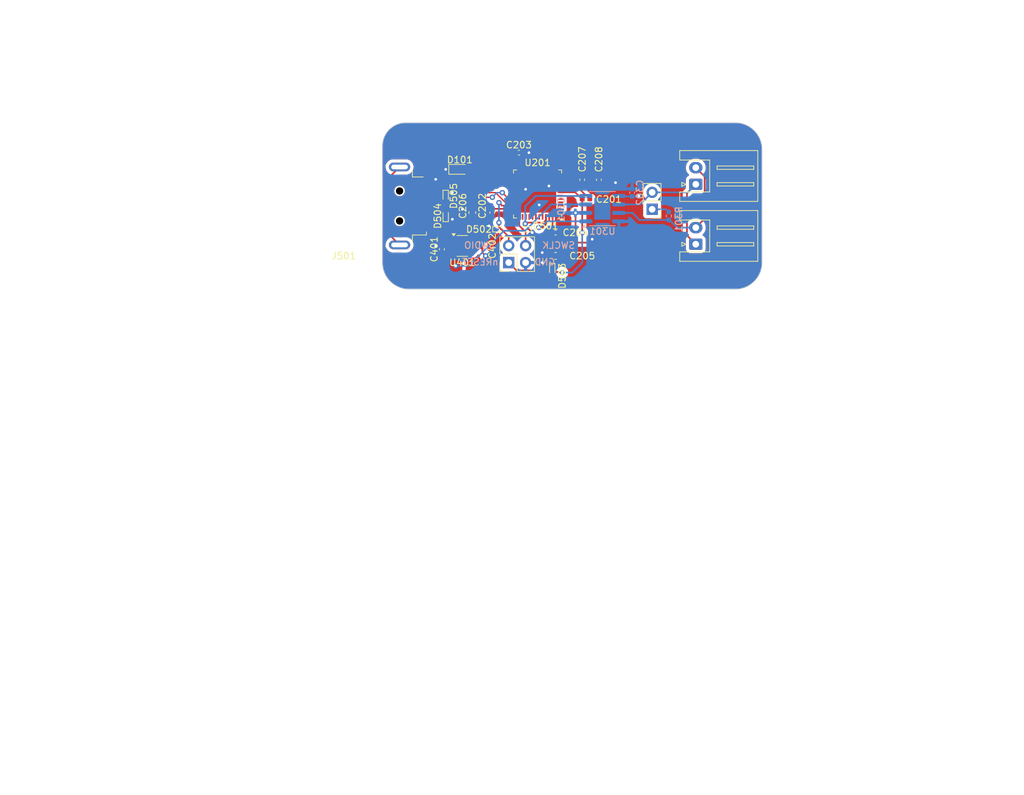
<source format=kicad_pcb>
(kicad_pcb (version 20240108) (generator "pcbnew") (generator_version "8.0")
  (layers (0 "F.Cu" signal) (31 "B.Cu" signal) (34 "B.Paste" user) (35 "F.Paste" user) (36 "B.SilkS" user "B.Silkscreen") (37 "F.SilkS" user "F.Silkscreen") (38 "B.Mask" user) (39 "F.Mask" user) (44 "Edge.Cuts" user))
  (net 0 "")
  (net 1 "GND")
  (net 2 "+3V3")
  (net 3 "/Connectors/nRESET")
  (net 4 "+5V")
  (net 5 "/Connectors/SWCLK")
  (net 6 "/Connectors/SWDIO")
  (net 7 "/Connectors/USB_DP")
  (net 8 "/CAN/CANH")
  (net 9 "/CAN/RXD")
  (net 10 "/CAN/TXD")
  (net 11 "/CAN/CANL")
  (net 12 "Net-(J301-Pin_1)")
  (net 13 "unconnected-(J501-Shield-Pad5)")
  (net 47 "/Connectors/USB_DN")
  (footprint "Connector_JST:JST_XH_S2B-XH-A_1x02_P2.50mm_Horizontal" (layer "F.Cu") (at 139.05 94.25 90)
    (property "Reference" "J502" (hide yes))
    (property "Value" "CAN_CONN")
    (fp_line (start 5.06 -2.41) (end 3.64 -2.41) (stroke (width 0.12)) (layer "F.SilkS"))
    (fp_line (start 3.64 -2.41) (end 3.64 2.09) (stroke (width 0.12)) (layer "F.SilkS"))
    (fp_line (start -1.14 -2.41) (end -1.14 2.09) (stroke (width 0.12)) (layer "F.SilkS"))
    (fp_line (start -2.56 -2.41) (end -1.14 -2.41) (stroke (width 0.12)) (layer "F.SilkS"))
    (fp_line (start 0.3 -2.1) (end 0 -1.5) (stroke (width 0.12)) (layer "F.SilkS"))
    (fp_line (start -0.3 -2.1) (end 0.3 -2.1) (stroke (width 0.12)) (layer "F.SilkS"))
    (fp_line (start 0 -1.5) (end -0.3 -2.1) (stroke (width 0.12)) (layer "F.SilkS"))
    (fp_line (start 3.64 2.09) (end 1.25 2.09) (stroke (width 0.12)) (layer "F.SilkS"))
    (fp_line (start -1.14 2.09) (end 1.25 2.09) (stroke (width 0.12)) (layer "F.SilkS"))
    (fp_line (start 2.75 3.2) (end 2.25 3.2) (stroke (width 0.12)) (layer "F.SilkS"))
    (fp_line (start 2.25 3.2) (end 2.25 8.7) (stroke (width 0.12)) (layer "F.SilkS"))
    (fp_line (start 0.25 3.2) (end -0.25 3.2) (stroke (width 0.12)) (layer "F.SilkS"))
    (fp_line (start -0.25 3.2) (end -0.25 8.7) (stroke (width 0.12)) (layer "F.SilkS"))
    (fp_line (start 2.75 8.7) (end 2.75 3.2) (stroke (width 0.12)) (layer "F.SilkS"))
    (fp_line (start 2.25 8.7) (end 2.75 8.7) (stroke (width 0.12)) (layer "F.SilkS"))
    (fp_line (start 0.25 8.7) (end 0.25 3.2) (stroke (width 0.12)) (layer "F.SilkS"))
    (fp_line (start -0.25 8.7) (end 0.25 8.7) (stroke (width 0.12)) (layer "F.SilkS"))
    (fp_line (start 5.06 9.31) (end 5.06 -2.41) (stroke (width 0.12)) (layer "F.SilkS"))
    (fp_line (start 1.25 9.31) (end 5.06 9.31) (stroke (width 0.12)) (layer "F.SilkS"))
    (fp_line (start 1.25 9.31) (end -2.56 9.31) (stroke (width 0.12)) (layer "F.SilkS"))
    (fp_line (start -2.56 9.31) (end -2.56 -2.41) (stroke (width 0.12)) (layer "F.SilkS"))
    (pad "1" thru_hole roundrect (at 0 0 90) (size 1.7 2) (drill 1) (layers "*.Cu" "*.Mask") (roundrect_rratio 0.147059) (net 11 "/CAN/CANL"))
    (pad "2" thru_hole oval (at 2.5 0 90) (size 1.7 2) (drill 1) (layers "*.Cu" "*.Mask") (net 8 "/CAN/CANH"))
  )
  (footprint "Connector_USB:USB_A_Molex_48037-2200_Horizontal" (layer "F.Cu") (at 86.2 88.5 180)
    (property "Reference" "J501" (at 0 -7.5 0) (layer "F.SilkS"))
    (property "Value" "USB_A")
    (fp_line (start -6.515 6.11) (end -6.245 6.11) (stroke (width 0.12)) (layer "F.SilkS"))
    (fp_line (start -6.515 -6.11) (end -6.245 -6.11) (stroke (width 0.12)) (layer "F.SilkS"))
    (fp_line (start -10.3 4.36) (end -10.3 5.4) (stroke (width 0.12)) (layer "F.SilkS"))
    (fp_line (start -10.3 -5.4) (end -10.3 -4.36) (stroke (width 0.12)) (layer "F.SilkS"))
    (fp_line (start -11.92 4.36) (end -10.3 4.36) (stroke (width 0.12)) (layer "F.SilkS"))
    (fp_line (start -12.4 -4.36) (end -10.3 -4.36) (stroke (width 0.12)) (layer "F.SilkS"))
    (fp_line (start -12.4 -4.36) (end -12.4 -3.9) (stroke (width 0.12)) (layer "F.SilkS"))
    (pad "" np_thru_hole circle (at -8.375 -2.25 180) (size 1.1 1.1) (drill 1.1) (layers "*.Mask"))
    (pad "" np_thru_hole circle (at -8.375 2.25 180) (size 1.1 1.1) (drill 1.1) (layers "*.Mask"))
    (pad "1" smd roundrect (at -10.975 -3.5 180) (size 2 1.2) (layers "F.Cu" "F.Paste" "F.Mask") (net 4 "+5V"))
    (pad "2" smd roundrect (at -10.975 -1 180) (size 2 1.2) (layers "F.Cu" "F.Paste" "F.Mask") (net 47 "/Connectors/USB_DN"))
    (pad "3" smd roundrect (at -10.975 1 180) (size 2 1.2) (layers "F.Cu" "F.Paste" "F.Mask") (net 7 "/Connectors/USB_DP"))
    (pad "4" smd roundrect (at -10.975 3.5 180) (size 2 1.2) (layers "F.Cu" "F.Paste" "F.Mask") (net 1 "GND"))
    (pad "5" thru_hole oval (at -8.375 -5.85 180) (size 3.2 1.3) (drill oval 2.5 0.7) (layers "*.Cu" "*.Mask") (net 13 "unconnected-(J501-Shield-Pad5)"))
    (pad "5" thru_hole oval (at -8.375 5.85 180) (size 3.2 1.3) (drill oval 2.5 0.7) (layers "*.Cu" "*.Mask") (net 13 "unconnected-(J501-Shield-Pad5)"))
  )
  (footprint "Connector_PinHeader_2.54mm:PinHeader_1x02_P2.54mm_Vertical" (layer "F.Cu") (at 132.5 89 180)
    (property "Reference" "J301" (hide yes))
    (property "Value" "Conn_01x02")
    (fp_line (start 1.33 1.27) (end 1.33 3.87) (stroke (width 0.12)) (layer "F.SilkS"))
    (fp_line (start -1.33 3.87) (end 1.33 3.87) (stroke (width 0.12)) (layer "F.SilkS"))
    (fp_line (start -1.33 1.27) (end 1.33 1.27) (stroke (width 0.12)) (layer "F.SilkS"))
    (fp_line (start -1.33 1.27) (end -1.33 3.87) (stroke (width 0.12)) (layer "F.SilkS"))
    (fp_line (start -1.33 0) (end -1.33 -1.33) (stroke (width 0.12)) (layer "F.SilkS"))
    (fp_line (start -1.33 -1.33) (end 0 -1.33) (stroke (width 0.12)) (layer "F.SilkS"))
    (pad "1" thru_hole rect (at 0 0 180) (size 1.7 1.7) (drill 1) (layers "*.Cu" "*.Mask") (net 12 "Net-(J301-Pin_1)"))
    (pad "2" thru_hole oval (at 0 2.54 180) (size 1.7 1.7) (drill 1) (layers "*.Cu" "*.Mask") (net 11 "/CAN/CANL"))
  )
  (footprint "Diode_SMD:D_SOD-923" (layer "F.Cu") (at 101.5 90 90)
    (property "Reference" "D504" (at 0 -1.2 90) (layer "F.SilkS"))
    (property "Value" "ESD9B5.0ST5G" (hide yes))
    (fp_line (start 0.5 -0.4) (end -0.86 -0.4) (stroke (width 0.12)) (layer "F.SilkS"))
    (fp_line (start -0.86 -0.4) (end -0.86 0.4) (stroke (width 0.12)) (layer "F.SilkS"))
    (fp_line (start 0.5 0.4) (end -0.86 0.4) (stroke (width 0.12)) (layer "F.SilkS"))
    (pad "1" smd roundrect (at -0.42 0 270) (size 0.36 0.25) (layers "F.Cu" "F.Paste" "F.Mask") (net 1 "GND"))
    (pad "2" smd roundrect (at 0.42 0 270) (size 0.36 0.25) (layers "F.Cu" "F.Paste" "F.Mask") (net 47 "/Connectors/USB_DN"))
  )
  (footprint "Capacitor_SMD:C_0402_1005Metric_Pad0.74x0.62mm_HandSolder" (layer "F.Cu") (at 108.5 89.5 90)
    (property "Reference" "C202" (at 1 -1.5 90) (layer "F.SilkS"))
    (property "Value" "0.1u" (hide yes))
    (fp_line (start -0.115835 -0.36) (end 0.115835 -0.36) (stroke (width 0.12)) (layer "F.SilkS"))
    (fp_line (start -0.115835 0.36) (end 0.115835 0.36) (stroke (width 0.12)) (layer "F.SilkS"))
    (pad "1" smd roundrect (at -0.5675 0 90) (size 0.735 0.62) (layers "F.Cu" "F.Paste" "F.Mask") (net 2 "+3V3"))
    (pad "2" smd roundrect (at 0.5675 0 90) (size 0.735 0.62) (layers "F.Cu" "F.Paste" "F.Mask") (net 1 "GND"))
  )
  (footprint "Capacitor_SMD:C_0402_1005Metric_Pad0.74x0.62mm_HandSolder" (layer "F.Cu") (at 122.5675 87.5)
    (property "Reference" "C201" (at 3.4325 0 0) (layer "F.SilkS"))
    (property "Value" "0.1u")
    (fp_line (start -0.115835 -0.36) (end 0.115835 -0.36) (stroke (width 0.12)) (layer "F.SilkS"))
    (fp_line (start -0.115835 0.36) (end 0.115835 0.36) (stroke (width 0.12)) (layer "F.SilkS"))
    (pad "1" smd roundrect (at -0.5675 0) (size 0.735 0.62) (layers "F.Cu" "F.Paste" "F.Mask") (net 3 "/Connectors/nRESET"))
    (pad "2" smd roundrect (at 0.5675 0) (size 0.735 0.62) (layers "F.Cu" "F.Paste" "F.Mask") (net 1 "GND"))
  )
  (footprint "Connector_JST:JST_XH_S2B-XH-A_1x02_P2.50mm_Horizontal" (layer "F.Cu") (at 139.05 85.25 90)
    (property "Reference" "J503" (hide yes))
    (property "Value" "CAN_CONN")
    (fp_line (start 5.06 -2.41) (end 3.64 -2.41) (stroke (width 0.12)) (layer "F.SilkS"))
    (fp_line (start 3.64 -2.41) (end 3.64 2.09) (stroke (width 0.12)) (layer "F.SilkS"))
    (fp_line (start -1.14 -2.41) (end -1.14 2.09) (stroke (width 0.12)) (layer "F.SilkS"))
    (fp_line (start -2.56 -2.41) (end -1.14 -2.41) (stroke (width 0.12)) (layer "F.SilkS"))
    (fp_line (start 0.3 -2.1) (end 0 -1.5) (stroke (width 0.12)) (layer "F.SilkS"))
    (fp_line (start -0.3 -2.1) (end 0.3 -2.1) (stroke (width 0.12)) (layer "F.SilkS"))
    (fp_line (start 0 -1.5) (end -0.3 -2.1) (stroke (width 0.12)) (layer "F.SilkS"))
    (fp_line (start 3.64 2.09) (end 1.25 2.09) (stroke (width 0.12)) (layer "F.SilkS"))
    (fp_line (start -1.14 2.09) (end 1.25 2.09) (stroke (width 0.12)) (layer "F.SilkS"))
    (fp_line (start 2.75 3.2) (end 2.25 3.2) (stroke (width 0.12)) (layer "F.SilkS"))
    (fp_line (start 2.25 3.2) (end 2.25 8.7) (stroke (width 0.12)) (layer "F.SilkS"))
    (fp_line (start 0.25 3.2) (end -0.25 3.2) (stroke (width 0.12)) (layer "F.SilkS"))
    (fp_line (start -0.25 3.2) (end -0.25 8.7) (stroke (width 0.12)) (layer "F.SilkS"))
    (fp_line (start 2.75 8.7) (end 2.75 3.2) (stroke (width 0.12)) (layer "F.SilkS"))
    (fp_line (start 2.25 8.7) (end 2.75 8.7) (stroke (width 0.12)) (layer "F.SilkS"))
    (fp_line (start 0.25 8.7) (end 0.25 3.2) (stroke (width 0.12)) (layer "F.SilkS"))
    (fp_line (start -0.25 8.7) (end 0.25 8.7) (stroke (width 0.12)) (layer "F.SilkS"))
    (fp_line (start 5.06 9.31) (end 5.06 -2.41) (stroke (width 0.12)) (layer "F.SilkS"))
    (fp_line (start 1.25 9.31) (end 5.06 9.31) (stroke (width 0.12)) (layer "F.SilkS"))
    (fp_line (start 1.25 9.31) (end -2.56 9.31) (stroke (width 0.12)) (layer "F.SilkS"))
    (fp_line (start -2.56 9.31) (end -2.56 -2.41) (stroke (width 0.12)) (layer "F.SilkS"))
    (pad "1" thru_hole roundrect (at 0 0 90) (size 1.7 2) (drill 1) (layers "*.Cu" "*.Mask") (roundrect_rratio 0.147059) (net 11 "/CAN/CANL"))
    (pad "2" thru_hole oval (at 2.5 0 90) (size 1.7 2) (drill 1) (layers "*.Cu" "*.Mask") (net 8 "/CAN/CANH"))
  )
  (footprint "Diode_SMD:D_SOD-923" (layer "F.Cu") (at 117.5 98 -90)
    (property "Reference" "D503" (at 1 -1.5 90) (layer "F.SilkS"))
    (property "Value" "ESD9B5.0ST5G")
    (fp_line (start 0.5 0.4) (end -0.86 0.4) (stroke (width 0.12)) (layer "F.SilkS"))
    (fp_line (start -0.86 -0.4) (end -0.86 0.4) (stroke (width 0.12)) (layer "F.SilkS"))
    (fp_line (start 0.5 -0.4) (end -0.86 -0.4) (stroke (width 0.12)) (layer "F.SilkS"))
    (pad "1" smd roundrect (at -0.42 0 90) (size 0.36 0.25) (layers "F.Cu" "F.Paste" "F.Mask") (net 1 "GND"))
    (pad "2" smd roundrect (at 0.42 0 90) (size 0.36 0.25) (layers "F.Cu" "F.Paste" "F.Mask") (net 3 "/Connectors/nRESET"))
  )
  (footprint "Capacitor_SMD:C_0603_1608Metric_Pad1.08x0.95mm_HandSolder" (layer "F.Cu") (at 118 96 180)
    (property "Reference" "C205" (at -4 0 0) (layer "F.SilkS"))
    (property "Value" "4.7u")
    (fp_line (start -0.146267 0.51) (end 0.146267 0.51) (stroke (width 0.12)) (layer "F.SilkS"))
    (fp_line (start -0.146267 -0.51) (end 0.146267 -0.51) (stroke (width 0.12)) (layer "F.SilkS"))
    (pad "1" smd roundrect (at -0.8625 0 180) (size 1.075 0.95) (layers "F.Cu" "F.Paste" "F.Mask") (net 2 "+3V3"))
    (pad "2" smd roundrect (at 0.8625 0 180) (size 1.075 0.95) (layers "F.Cu" "F.Paste" "F.Mask") (net 1 "GND"))
  )
  (footprint "Capacitor_SMD:C_0402_1005Metric_Pad0.74x0.62mm_HandSolder" (layer "F.Cu") (at 112.5 80.5)
    (property "Reference" "C203" (at 0 -1.16 0) (layer "F.SilkS"))
    (property "Value" "0.1u")
    (fp_line (start -0.115835 -0.36) (end 0.115835 -0.36) (stroke (width 0.12)) (layer "F.SilkS"))
    (fp_line (start -0.115835 0.36) (end 0.115835 0.36) (stroke (width 0.12)) (layer "F.SilkS"))
    (pad "1" smd roundrect (at -0.5675 0) (size 0.735 0.62) (layers "F.Cu" "F.Paste" "F.Mask") (net 2 "+3V3"))
    (pad "2" smd roundrect (at 0.5675 0) (size 0.735 0.62) (layers "F.Cu" "F.Paste" "F.Mask") (net 1 "GND"))
  )
  (footprint "Package_DFN_QFN:QFN-48-1EP_7x7mm_P0.5mm_EP5.6x5.6mm" (layer "F.Cu") (at 115.3 86.7 180)
    (property "Reference" "U201" (at 0 4.7 0) (layer "F.SilkS"))
    (property "Value" "STM32F042C6Ux")
    (fp_line (start 3.61 3.61) (end 3.61 3.135) (stroke (width 0.12)) (layer "F.SilkS"))
    (fp_line (start 3.61 -3.61) (end 3.61 -3.135) (stroke (width 0.12)) (layer "F.SilkS"))
    (fp_line (start 3.135 3.61) (end 3.61 3.61) (stroke (width 0.12)) (layer "F.SilkS"))
    (fp_line (start 3.135 -3.61) (end 3.61 -3.61) (stroke (width 0.12)) (layer "F.SilkS"))
    (fp_line (start -3.135 3.61) (end -3.61 3.61) (stroke (width 0.12)) (layer "F.SilkS"))
    (fp_line (start -3.135 -3.61) (end -3.31 -3.61) (stroke (width 0.12)) (layer "F.SilkS"))
    (fp_line (start -3.61 3.61) (end -3.61 3.135) (stroke (width 0.12)) (layer "F.SilkS"))
    (fp_line (start -3.61 -3.135) (end -3.61 -3.37) (stroke (width 0.12)) (layer "F.SilkS"))
    (fp_poly (pts (xy -3.61 -3.61) (xy -3.85 -3.94) (xy -3.37 -3.94) (xy -3.61 -3.61)) (stroke (width 0.12)) (fill solid) (layer "F.SilkS"))
    (pad "1" smd roundrect (at -3.4375 -2.75 180) (size 0.875 0.25) (layers "F.Cu" "F.Paste" "F.Mask") (net 2 "+3V3"))
    (pad "2" smd roundrect (at -3.4375 -2.25 180) (size 0.875 0.25) (layers "F.Cu" "F.Paste" "F.Mask"))
    (pad "3" smd roundrect (at -3.4375 -1.75 180) (size 0.875 0.25) (layers "F.Cu" "F.Paste" "F.Mask"))
    (pad "4" smd roundrect (at -3.4375 -1.25 180) (size 0.875 0.25) (layers "F.Cu" "F.Paste" "F.Mask"))
    (pad "5" smd roundrect (at -3.4375 -0.75 180) (size 0.875 0.25) (layers "F.Cu" "F.Paste" "F.Mask"))
    (pad "6" smd roundrect (at -3.4375 -0.25 180) (size 0.875 0.25) (layers "F.Cu" "F.Paste" "F.Mask"))
    (pad "7" smd roundrect (at -3.4375 0.25 180) (size 0.875 0.25) (layers "F.Cu" "F.Paste" "F.Mask") (net 3 "/Connectors/nRESET"))
    (pad "8" smd roundrect (at -3.4375 0.75 180) (size 0.875 0.25) (layers "F.Cu" "F.Paste" "F.Mask") (net 1 "GND"))
    (pad "9" smd roundrect (at -3.4375 1.25 180) (size 0.875 0.25) (layers "F.Cu" "F.Paste" "F.Mask") (net 2 "+3V3"))
    (pad "10" smd roundrect (at -3.4375 1.75 180) (size 0.875 0.25) (layers "F.Cu" "F.Paste" "F.Mask"))
    (pad "11" smd roundrect (at -3.4375 2.25 180) (size 0.875 0.25) (layers "F.Cu" "F.Paste" "F.Mask"))
    (pad "12" smd roundrect (at -3.4375 2.75 180) (size 0.875 0.25) (layers "F.Cu" "F.Paste" "F.Mask"))
    (pad "13" smd roundrect (at -2.75 3.4375 180) (size 0.25 0.875) (layers "F.Cu" "F.Paste" "F.Mask"))
    (pad "14" smd roundrect (at -2.25 3.4375 180) (size 0.25 0.875) (layers "F.Cu" "F.Paste" "F.Mask"))
    (pad "15" smd roundrect (at -1.75 3.4375 180) (size 0.25 0.875) (layers "F.Cu" "F.Paste" "F.Mask"))
    (pad "16" smd roundrect (at -1.25 3.4375 180) (size 0.25 0.875) (layers "F.Cu" "F.Paste" "F.Mask"))
    (pad "17" smd roundrect (at -0.75 3.4375 180) (size 0.25 0.875) (layers "F.Cu" "F.Paste" "F.Mask"))
    (pad "18" smd roundrect (at -0.25 3.4375 180) (size 0.25 0.875) (layers "F.Cu" "F.Paste" "F.Mask"))
    (pad "19" smd roundrect (at 0.25 3.4375 180) (size 0.25 0.875) (layers "F.Cu" "F.Paste" "F.Mask"))
    (pad "20" smd roundrect (at 0.75 3.4375 180) (size 0.25 0.875) (layers "F.Cu" "F.Paste" "F.Mask"))
    (pad "21" smd roundrect (at 1.25 3.4375 180) (size 0.25 0.875) (layers "F.Cu" "F.Paste" "F.Mask"))
    (pad "22" smd roundrect (at 1.75 3.4375 180) (size 0.25 0.875) (layers "F.Cu" "F.Paste" "F.Mask"))
    (pad "23" smd roundrect (at 2.25 3.4375 180) (size 0.25 0.875) (layers "F.Cu" "F.Paste" "F.Mask") (net 1 "GND"))
    (pad "24" smd roundrect (at 2.75 3.4375 180) (size 0.25 0.875) (layers "F.Cu" "F.Paste" "F.Mask") (net 2 "+3V3"))
    (pad "25" smd roundrect (at 3.4375 2.75 180) (size 0.875 0.25) (layers "F.Cu" "F.Paste" "F.Mask"))
    (pad "26" smd roundrect (at 3.4375 2.25 180) (size 0.875 0.25) (layers "F.Cu" "F.Paste" "F.Mask"))
    (pad "27" smd roundrect (at 3.4375 1.75 180) (size 0.875 0.25) (layers "F.Cu" "F.Paste" "F.Mask"))
    (pad "28" smd roundrect (at 3.4375 1.25 180) (size 0.875 0.25) (layers "F.Cu" "F.Paste" "F.Mask"))
    (pad "29" smd roundrect (at 3.4375 0.75 180) (size 0.875 0.25) (layers "F.Cu" "F.Paste" "F.Mask"))
    (pad "30" smd roundrect (at 3.4375 0.25 180) (size 0.875 0.25) (layers "F.Cu" "F.Paste" "F.Mask"))
    (pad "31" smd roundrect (at 3.4375 -0.25 180) (size 0.875 0.25) (layers "F.Cu" "F.Paste" "F.Mask"))
    (pad "32" smd roundrect (at 3.4375 -0.75 180) (size 0.875 0.25) (layers "F.Cu" "F.Paste" "F.Mask") (net 47 "/Connectors/USB_DN"))
    (pad "33" smd roundrect (at 3.4375 -1.25 180) (size 0.875 0.25) (layers "F.Cu" "F.Paste" "F.Mask") (net 7 "/Connectors/USB_DP"))
    (pad "34" smd roundrect (at 3.4375 -1.75 180) (size 0.875 0.25) (layers "F.Cu" "F.Paste" "F.Mask") (net 6 "/Connectors/SWDIO"))
    (pad "35" smd roundrect (at 3.4375 -2.25 180) (size 0.875 0.25) (layers "F.Cu" "F.Paste" "F.Mask") (net 1 "GND"))
    (pad "36" smd roundrect (at 3.4375 -2.75 180) (size 0.875 0.25) (layers "F.Cu" "F.Paste" "F.Mask") (net 2 "+3V3"))
    (pad "37" smd roundrect (at 2.75 -3.4375 180) (size 0.25 0.875) (layers "F.Cu" "F.Paste" "F.Mask") (net 5 "/Connectors/SWCLK"))
    (pad "38" smd roundrect (at 2.25 -3.4375 180) (size 0.25 0.875) (layers "F.Cu" "F.Paste" "F.Mask"))
    (pad "39" smd roundrect (at 1.75 -3.4375 180) (size 0.25 0.875) (layers "F.Cu" "F.Paste" "F.Mask"))
    (pad "40" smd roundrect (at 1.25 -3.4375 180) (size 0.25 0.875) (layers "F.Cu" "F.Paste" "F.Mask"))
    (pad "41" smd roundrect (at 0.75 -3.4375 180) (size 0.25 0.875) (layers "F.Cu" "F.Paste" "F.Mask"))
    (pad "42" smd roundrect (at 0.25 -3.4375 180) (size 0.25 0.875) (layers "F.Cu" "F.Paste" "F.Mask"))
    (pad "43" smd roundrect (at -0.25 -3.4375 180) (size 0.25 0.875) (layers "F.Cu" "F.Paste" "F.Mask"))
    (pad "44" smd roundrect (at -0.75 -3.4375 180) (size 0.25 0.875) (layers "F.Cu" "F.Paste" "F.Mask"))
    (pad "45" smd roundrect (at -1.25 -3.4375 180) (size 0.25 0.875) (layers "F.Cu" "F.Paste" "F.Mask") (net 9 "/CAN/RXD"))
    (pad "46" smd roundrect (at -1.75 -3.4375 180) (size 0.25 0.875) (layers "F.Cu" "F.Paste" "F.Mask") (net 10 "/CAN/TXD"))
    (pad "47" smd roundrect (at -2.25 -3.4375 180) (size 0.25 0.875) (layers "F.Cu" "F.Paste" "F.Mask") (net 1 "GND"))
    (pad "48" smd roundrect (at -2.75 -3.4375 180) (size 0.25 0.875) (layers "F.Cu" "F.Paste" "F.Mask") (net 2 "+3V3"))
    (pad "49" smd rect (at 0 0 180) (size 5.6 5.6) (property pad_prop_heatsink) (layers "F.Cu" "F.Mask") (net 1 "GND"))
  )
  (footprint "LED_SMD:LED_0603_1608Metric_Pad1.05x0.95mm_HandSolder" (layer "F.Cu") (at 103.625 83)
    (property "Reference" "D101" (at 0 -1.43 0) (layer "F.SilkS"))
    (property "Value" "BLUE")
    (fp_line (start -1.66 -0.735) (end -1.66 0.735) (stroke (width 0.12)) (layer "F.SilkS"))
    (fp_line (start -1.66 0.735) (end 0.8 0.735) (stroke (width 0.12)) (layer "F.SilkS"))
    (fp_line (start 0.8 -0.735) (end -1.66 -0.735) (stroke (width 0.12)) (layer "F.SilkS"))
    (pad "1" smd roundrect (at -0.875 0) (size 1.05 0.95) (layers "F.Cu" "F.Paste" "F.Mask") (net 1 "GND"))
    (pad "2" smd roundrect (at 0.875 0) (size 1.05 0.95) (layers "F.Cu" "F.Paste" "F.Mask") (net 2 "+3V3"))
  )
  (footprint "Capacitor_SMD:C_0402_1005Metric_Pad0.74x0.62mm_HandSolder" (layer "F.Cu") (at 124.5 84.5675 -90)
    (property "Reference" "C208" (at -3.0675 0 90) (layer "F.SilkS"))
    (property "Value" "1u")
    (fp_line (start -0.115835 0.36) (end 0.115835 0.36) (stroke (width 0.12)) (layer "F.SilkS"))
    (fp_line (start -0.115835 -0.36) (end 0.115835 -0.36) (stroke (width 0.12)) (layer "F.SilkS"))
    (pad "1" smd roundrect (at -0.5675 0 270) (size 0.735 0.62) (layers "F.Cu" "F.Paste" "F.Mask") (net 2 "+3V3"))
    (pad "2" smd roundrect (at 0.5675 0 270) (size 0.735 0.62) (layers "F.Cu" "F.Paste" "F.Mask") (net 1 "GND"))
  )
  (footprint "Capacitor_SMD:C_0603_1608Metric_Pad1.08x0.95mm_HandSolder" (layer "F.Cu") (at 105.5 89.5 90)
    (property "Reference" "C206" (at 1 -1.43 90) (layer "F.SilkS"))
    (property "Value" "4.7u")
    (fp_line (start -0.146267 -0.51) (end 0.146267 -0.51) (stroke (width 0.12)) (layer "F.SilkS"))
    (fp_line (start -0.146267 0.51) (end 0.146267 0.51) (stroke (width 0.12)) (layer "F.SilkS"))
    (pad "1" smd roundrect (at -0.8625 0 90) (size 1.075 0.95) (layers "F.Cu" "F.Paste" "F.Mask") (net 2 "+3V3"))
    (pad "2" smd roundrect (at 0.8625 0 90) (size 1.075 0.95) (layers "F.Cu" "F.Paste" "F.Mask") (net 1 "GND"))
  )
  (footprint "Capacitor_SMD:C_0402_1005Metric_Pad0.74x0.62mm_HandSolder" (layer "F.Cu") (at 118 92.5 180)
    (property "Reference" "C204" (at -3 0 0) (layer "F.SilkS"))
    (property "Value" "0.1u")
    (fp_line (start -0.115835 0.36) (end 0.115835 0.36) (stroke (width 0.12)) (layer "F.SilkS"))
    (fp_line (start -0.115835 -0.36) (end 0.115835 -0.36) (stroke (width 0.12)) (layer "F.SilkS"))
    (pad "1" smd roundrect (at -0.5675 0 180) (size 0.735 0.62) (layers "F.Cu" "F.Paste" "F.Mask") (net 2 "+3V3"))
    (pad "2" smd roundrect (at 0.5675 0 180) (size 0.735 0.62) (layers "F.Cu" "F.Paste" "F.Mask") (net 1 "GND"))
  )
  (footprint "Capacitor_SMD:C_0402_1005Metric_Pad0.74x0.62mm_HandSolder" (layer "F.Cu") (at 122 84.5675 -90)
    (property "Reference" "C207" (at -3.0675 0 90) (layer "F.SilkS"))
    (property "Value" "10n")
    (fp_line (start -0.115835 0.36) (end 0.115835 0.36) (stroke (width 0.12)) (layer "F.SilkS"))
    (fp_line (start -0.115835 -0.36) (end 0.115835 -0.36) (stroke (width 0.12)) (layer "F.SilkS"))
    (pad "1" smd roundrect (at -0.5675 0 270) (size 0.735 0.62) (layers "F.Cu" "F.Paste" "F.Mask") (net 2 "+3V3"))
    (pad "2" smd roundrect (at 0.5675 0 270) (size 0.735 0.62) (layers "F.Cu" "F.Paste" "F.Mask") (net 1 "GND"))
  )
  (footprint "Package_TO_SOT_SMD:SOT-23-5" (layer "F.Cu") (at 104 94.5)
    (property "Reference" "U401" (at 0 2.5 0) (layer "F.SilkS"))
    (property "Value" "MIC5504-3.3YM5")
    (fp_line (start 0 -1.56) (end -0.8 -1.56) (stroke (width 0.12)) (layer "F.SilkS"))
    (fp_line (start 0 -1.56) (end 0.8 -1.56) (stroke (width 0.12)) (layer "F.SilkS"))
    (fp_line (start 0 1.56) (end -0.8 1.56) (stroke (width 0.12)) (layer "F.SilkS"))
    (fp_line (start 0 1.56) (end 0.8 1.56) (stroke (width 0.12)) (layer "F.SilkS"))
    (fp_poly (pts (xy -1.3 -1.51) (xy -1.54 -1.84) (xy -1.06 -1.84) (xy -1.3 -1.51)) (stroke (width 0.12)) (fill solid) (layer "F.SilkS"))
    (pad "1" smd roundrect (at -1.1375 -0.95) (size 1.325 0.6) (layers "F.Cu" "F.Paste" "F.Mask") (net 4 "+5V"))
    (pad "2" smd roundrect (at -1.1375 0) (size 1.325 0.6) (layers "F.Cu" "F.Paste" "F.Mask") (net 1 "GND"))
    (pad "3" smd roundrect (at -1.1375 0.95) (size 1.325 0.6) (layers "F.Cu" "F.Paste" "F.Mask") (net 4 "+5V"))
    (pad "4" smd roundrect (at 1.1375 0.95) (size 1.325 0.6) (layers "F.Cu" "F.Paste" "F.Mask"))
    (pad "5" smd roundrect (at 1.1375 -0.95) (size 1.325 0.6) (layers "F.Cu" "F.Paste" "F.Mask") (net 2 "+3V3"))
  )
  (footprint "Diode_SMD:D_SOD-923" (layer "F.Cu") (at 101.5 87 -90)
    (property "Reference" "D505" (at 0 -1.2 90) (layer "F.SilkS"))
    (property "Value" "ESD9B5.0ST5G" (hide yes))
    (fp_line (start 0.5 0.4) (end -0.86 0.4) (stroke (width 0.12)) (layer "F.SilkS"))
    (fp_line (start -0.86 -0.4) (end -0.86 0.4) (stroke (width 0.12)) (layer "F.SilkS"))
    (fp_line (start 0.5 -0.4) (end -0.86 -0.4) (stroke (width 0.12)) (layer "F.SilkS"))
    (pad "1" smd roundrect (at -0.42 0 90) (size 0.36 0.25) (layers "F.Cu" "F.Paste" "F.Mask") (net 1 "GND"))
    (pad "2" smd roundrect (at 0.42 0 90) (size 0.36 0.25) (layers "F.Cu" "F.Paste" "F.Mask") (net 7 "/Connectors/USB_DP"))
  )
  (footprint "Diode_SMD:D_SOD-923" (layer "F.Cu") (at 109.42 92)
    (property "Reference" "D502" (at -2.92 0 0) (layer "F.SilkS"))
    (property "Value" "ESD9B5.0ST5G")
    (fp_line (start -0.86 -0.4) (end -0.86 0.4) (stroke (width 0.12)) (layer "F.SilkS"))
    (fp_line (start 0.5 -0.4) (end -0.86 -0.4) (stroke (width 0.12)) (layer "F.SilkS"))
    (fp_line (start 0.5 0.4) (end -0.86 0.4) (stroke (width 0.12)) (layer "F.SilkS"))
    (pad "1" smd roundrect (at -0.42 0 180) (size 0.36 0.25) (layers "F.Cu" "F.Paste" "F.Mask") (net 1 "GND"))
    (pad "2" smd roundrect (at 0.42 0 180) (size 0.36 0.25) (layers "F.Cu" "F.Paste" "F.Mask") (net 6 "/Connectors/SWDIO"))
  )
  (footprint "Capacitor_SMD:C_0402_1005Metric_Pad0.74x0.62mm_HandSolder" (layer "F.Cu") (at 100.9325 95 90)
    (property "Reference" "C401" (at 0 -1.16 90) (layer "F.SilkS"))
    (property "Value" "1u")
    (fp_line (start -0.115835 -0.36) (end 0.115835 -0.36) (stroke (width 0.12)) (layer "F.SilkS"))
    (fp_line (start -0.115835 0.36) (end 0.115835 0.36) (stroke (width 0.12)) (layer "F.SilkS"))
    (pad "1" smd roundrect (at -0.5675 0 90) (size 0.735 0.62) (layers "F.Cu" "F.Paste" "F.Mask") (net 4 "+5V"))
    (pad "2" smd roundrect (at 0.5675 0 90) (size 0.735 0.62) (layers "F.Cu" "F.Paste" "F.Mask") (net 1 "GND"))
  )
  (footprint "Diode_SMD:D_SOD-923" (layer "F.Cu") (at 113.5 92 180)
    (property "Reference" "D501" (at -3 0.5 0) (layer "F.SilkS"))
    (property "Value" "ESD9B5.0ST5G")
    (fp_line (start 0.5 0.4) (end -0.86 0.4) (stroke (width 0.12)) (layer "F.SilkS"))
    (fp_line (start 0.5 -0.4) (end -0.86 -0.4) (stroke (width 0.12)) (layer "F.SilkS"))
    (fp_line (start -0.86 -0.4) (end -0.86 0.4) (stroke (width 0.12)) (layer "F.SilkS"))
    (pad "1" smd roundrect (at -0.42 0) (size 0.36 0.25) (layers "F.Cu" "F.Paste" "F.Mask") (net 1 "GND"))
    (pad "2" smd roundrect (at 0.42 0) (size 0.36 0.25) (layers "F.Cu" "F.Paste" "F.Mask") (net 5 "/Connectors/SWCLK"))
  )
  (footprint "Capacitor_SMD:C_0402_1005Metric_Pad0.74x0.62mm_HandSolder" (layer "F.Cu") (at 107 94.0675 -90)
    (property "Reference" "C402" (at 0.4325 -1.5 90) (layer "F.SilkS"))
    (property "Value" "1u")
    (fp_line (start -0.115835 0.36) (end 0.115835 0.36) (stroke (width 0.12)) (layer "F.SilkS"))
    (fp_line (start -0.115835 -0.36) (end 0.115835 -0.36) (stroke (width 0.12)) (layer "F.SilkS"))
    (pad "1" smd roundrect (at -0.5675 0 270) (size 0.735 0.62) (layers "F.Cu" "F.Paste" "F.Mask") (net 2 "+3V3"))
    (pad "2" smd roundrect (at 0.5675 0 270) (size 0.735 0.62) (layers "F.Cu" "F.Paste" "F.Mask") (net 1 "GND"))
  )
  (footprint "Connector_PinHeader_2.54mm:PinHeader_2x02_P2.54mm_Vertical" (layer "F.Cu") (at 110.96 97 90)
    (property "Reference" "J504" (hide yes))
    (property "Value" "SWD_CONN")
    (fp_line (start 3.87 -1.33) (end 3.87 3.87) (stroke (width 0.12)) (layer "F.SilkS"))
    (fp_line (start 1.27 -1.33) (end 3.87 -1.33) (stroke (width 0.12)) (layer "F.SilkS"))
    (fp_line (start -1.33 -1.33) (end 0 -1.33) (stroke (width 0.12)) (layer "F.SilkS"))
    (fp_line (start -1.33 0) (end -1.33 -1.33) (stroke (width 0.12)) (layer "F.SilkS"))
    (fp_line (start 1.27 1.27) (end 1.27 -1.33) (stroke (width 0.12)) (layer "F.SilkS"))
    (fp_line (start -1.33 1.27) (end 1.27 1.27) (stroke (width 0.12)) (layer "F.SilkS"))
    (fp_line (start -1.33 1.27) (end -1.33 3.87) (stroke (width 0.12)) (layer "F.SilkS"))
    (fp_line (start -1.33 3.87) (end 3.87 3.87) (stroke (width 0.12)) (layer "F.SilkS"))
    (pad "1" thru_hole rect (at 0 0 90) (size 1.7 1.7) (drill 1) (layers "*.Cu" "*.Mask") (net 3 "/Connectors/nRESET"))
    (pad "2" thru_hole oval (at 2.54 0 90) (size 1.7 1.7) (drill 1) (layers "*.Cu" "*.Mask") (net 6 "/Connectors/SWDIO"))
    (pad "3" thru_hole oval (at 0 2.54 90) (size 1.7 1.7) (drill 1) (layers "*.Cu" "*.Mask") (net 1 "GND"))
    (pad "4" thru_hole oval (at 2.54 2.54 90) (size 1.7 1.7) (drill 1) (layers "*.Cu" "*.Mask") (net 5 "/Connectors/SWCLK"))
  )
  (footprint "Resistor_SMD:R_0402_1005Metric_Pad0.72x0.64mm_HandSolder" (layer "B.Cu") (at 135 90 -90)
    (property "Reference" "R301" (at 0.5 -1.5 90) (layer "B.SilkS") (effects (justify mirror)))
    (property "Value" "120")
    (fp_line (start 0.167621 0.38) (end -0.167621 0.38) (stroke (width 0.12)) (layer "B.SilkS"))
    (fp_line (start 0.167621 -0.38) (end -0.167621 -0.38) (stroke (width 0.12)) (layer "B.SilkS"))
    (pad "1" smd roundrect (at -0.5975 0 270) (size 0.715 0.64) (layers "B.Cu" "B.Paste" "B.Mask") (net 12 "Net-(J301-Pin_1)"))
    (pad "2" smd roundrect (at 0.5975 0 270) (size 0.715 0.64) (layers "B.Cu" "B.Paste" "B.Mask") (net 8 "/CAN/CANH"))
  )
  (footprint "Package_SO:SOIC-8-1EP_3.9x4.9mm_P1.27mm_EP2.41x3.3mm" (layer "B.Cu") (at 125.025 88.905)
    (property "Reference" "U301" (at 0 3.4 0) (layer "B.SilkS") (effects (justify mirror)))
    (property "Value" "ATA6561-GAQW-N")
    (fp_line (start -1.95 -2.56) (end 0 -2.56) (stroke (width 0.12)) (layer "B.SilkS"))
    (fp_line (start -1.95 2.56) (end 0 2.56) (stroke (width 0.12)) (layer "B.SilkS"))
    (fp_line (start 1.95 -2.56) (end 0 -2.56) (stroke (width 0.12)) (layer "B.SilkS"))
    (fp_line (start 1.95 2.56) (end 0 2.56) (stroke (width 0.12)) (layer "B.SilkS"))
    (fp_poly (pts (xy -2.7 2.465) (xy -2.94 2.795) (xy -2.46 2.795) (xy -2.7 2.465)) (stroke (width 0.12)) (fill solid) (layer "B.SilkS"))
    (pad "1" smd roundrect (at -2.475 1.905) (size 1.95 0.6) (layers "B.Cu" "B.Paste" "B.Mask") (net 10 "/CAN/TXD"))
    (pad "2" smd roundrect (at -2.475 0.635) (size 1.95 0.6) (layers "B.Cu" "B.Paste" "B.Mask") (net 1 "GND"))
    (pad "3" smd roundrect (at -2.475 -0.635) (size 1.95 0.6) (layers "B.Cu" "B.Paste" "B.Mask") (net 4 "+5V"))
    (pad "4" smd roundrect (at -2.475 -1.905) (size 1.95 0.6) (layers "B.Cu" "B.Paste" "B.Mask") (net 9 "/CAN/RXD"))
    (pad "5" smd roundrect (at 2.475 -1.905) (size 1.95 0.6) (layers "B.Cu" "B.Paste" "B.Mask") (net 2 "+3V3"))
    (pad "6" smd roundrect (at 2.475 -0.635) (size 1.95 0.6) (layers "B.Cu" "B.Paste" "B.Mask") (net 11 "/CAN/CANL"))
    (pad "7" smd roundrect (at 2.475 0.635) (size 1.95 0.6) (layers "B.Cu" "B.Paste" "B.Mask") (net 8 "/CAN/CANH"))
    (pad "8" smd roundrect (at 2.475 1.905) (size 1.95 0.6) (layers "B.Cu" "B.Paste" "B.Mask") (net 1 "GND"))
    (pad "9" smd rect (at 0 0) (size 2.41 3.3) (property pad_prop_heatsink) (layers "B.Cu" "B.Mask"))
  )
  (footprint "Capacitor_SMD:C_0402_1005Metric_Pad0.74x0.62mm_HandSolder" (layer "B.Cu") (at 120 89 -90)
    (property "Reference" "C301" (at 0 1.16 90) (layer "B.SilkS") (effects (justify mirror)))
    (property "Value" "0.1u")
    (fp_line (start 0.115835 0.36) (end -0.115835 0.36) (stroke (width 0.12)) (layer "B.SilkS"))
    (fp_line (start 0.115835 -0.36) (end -0.115835 -0.36) (stroke (width 0.12)) (layer "B.SilkS"))
    (pad "1" smd roundrect (at -0.5675 0 270) (size 0.735 0.62) (layers "B.Cu" "B.Paste" "B.Mask") (net 4 "+5V"))
    (pad "2" smd roundrect (at 0.5675 0 270) (size 0.735 0.62) (layers "B.Cu" "B.Paste" "B.Mask") (net 1 "GND"))
  )
  (footprint "Capacitor_SMD:C_0402_1005Metric_Pad0.74x0.62mm_HandSolder" (layer "B.Cu") (at 129.5 86.5 90)
    (property "Reference" "C302" (at 0 1.16 90) (layer "B.SilkS") (effects (justify mirror)))
    (property "Value" "0.1u")
    (fp_line (start 0.115835 -0.36) (end -0.115835 -0.36) (stroke (width 0.12)) (layer "B.SilkS"))
    (fp_line (start 0.115835 0.36) (end -0.115835 0.36) (stroke (width 0.12)) (layer "B.SilkS"))
    (pad "1" smd roundrect (at -0.5675 0 90) (size 0.735 0.62) (layers "B.Cu" "B.Paste" "B.Mask") (net 2 "+3V3"))
    (pad "2" smd roundrect (at 0.5675 0 90) (size 0.735 0.62) (layers "B.Cu" "B.Paste" "B.Mask") (net 1 "GND"))
  )
  (gr_arc (start 96 101) (mid 93.171573 99.828427) (end 92 97) (stroke (width 0.1)) (layer "Edge.Cuts"))
  (gr_line (start 145 101) (end 96 101) (stroke (width 0.1)) (layer "Edge.Cuts"))
  (gr_arc (start 92 79.5) (mid 93.025126 77.025126) (end 95.5 76) (stroke (width 0.1)) (layer "Edge.Cuts"))
  (gr_arc (start 145 76) (mid 147.828427 77.171573) (end 149 80) (stroke (width 0.1)) (layer "Edge.Cuts"))
  (gr_line (start 92 97) (end 92 79.5) (stroke (width 0.1)) (layer "Edge.Cuts"))
  (gr_arc (start 149 97) (mid 147.828427 99.828427) (end 145 101) (stroke (width 0.1)) (layer "Edge.Cuts"))
  (gr_line (start 149 80) (end 149 97) (stroke (width 0.1)) (layer "Edge.Cuts"))
  (gr_line (start 95.5 76) (end 145 76) (stroke (width 0.1)) (layer "Edge.Cuts"))
  (gr_text "SWCLK" (at 121 95 0) (layer "B.SilkS") (effects (font (size 1 1)) (justify left bottom mirror)))
  (gr_text "SWDIO" (at 109 95 0) (layer "B.SilkS") (effects (font (size 1 1)) (justify left bottom mirror)))
  (gr_text "nRESET\n" (at 109.5 97.5 -0) (layer "B.SilkS") (effects (font (size 1 1)) (justify left bottom mirror)))
  (gr_text "GND" (at 118 97.5 -0) (layer "B.SilkS") (effects (font (size 1 1)) (justify left bottom mirror)))
  (segment (start 122 85.135) (end 121.185 85.95) (width 0.25) (layer "F.Cu") (net 1))
  (segment (start 113.92 92) (end 114 92) (width 0.25) (layer "F.Cu") (net 1))
  (segment (start 108.5 88.9325) (end 111.845 88.9325) (width 0.25) (layer "F.Cu") (net 1))
  (segment (start 100.9325 94.4325) (end 102.795 94.4325) (width 0.25) (layer "F.Cu") (net 1))
  (segment (start 117.55 90.1375) (end 117.55 92.3825) (width 0.25) (layer "F.Cu") (net 1))
  (segment (start 102.42 90.42) (end 102.5 90.5) (width 0.25) (layer "F.Cu") (net 1))
  (segment (start 121.118118 94) (end 123 94) (width 0.25) (layer "F.Cu") (net 1))
  (segment (start 120.5 85.95) (end 118.7375 85.95) (width 0.25) (layer "F.Cu") (net 1))
  (segment (start 113.0675 83.245) (end 113.05 83.2625) (width 0.25) (layer "F.Cu") (net 1))
  (segment (start 107 95.5) (end 107.5 96) (width 0.25) (layer "F.Cu") (net 1))
  (segment (start 100.0675 94.4325) (end 100 94.5) (width 0.25) (layer "F.Cu") (net 1))
  (segment (start 124.5 85.135) (end 126.865 85.135) (width 0.25) (layer "F.Cu") (net 1))
  (segment (start 111.845 88.9325) (end 111.8625 88.95) (width 0.25) (layer "F.Cu") (net 1))
  (segment (start 101.5 86.58) (end 102.42 86.58) (width 0.25) (layer "F.Cu") (net 1))
  (segment (start 102.75 83) (end 101.5 83) (width 0.25) (layer "F.Cu") (net 1))
  (segment (start 117.55 92.3825) (end 117.4325 92.5) (width 0.25) (layer "F.Cu") (net 1))
  (segment (start 122 85.135) (end 124.5 85.135) (width 0.25) (layer "F.Cu") (net 1))
  (segment (start 104.3625 88.6375) (end 104 89) (width 0.25) (layer "F.Cu") (net 1))
  (segment (start 117.4325 95.705) (end 117.1375 96) (width 0.25) (layer "F.Cu") (net 1))
  (segment (start 121 85.95) (end 120.5 85.95) (width 0.25) (layer "F.Cu") (net 1))
  (segment (start 116.58 97.58) (end 116 97) (width 0.25) (layer "F.Cu") (net 1))
  (segment (start 117.5 97.58) (end 116.58 97.58) (width 0.25) (layer "F.Cu") (net 1))
  (segment (start 113.0675 80.5) (end 113.0675 83.245) (width 0.25) (layer "F.Cu") (net 1))
  (segment (start 121.185 85.95) (end 121 85.95) (width 0.25) (layer "F.Cu") (net 1))
  (segment (start 105.5 88.6375) (end 104.3625 88.6375) (width 0.25) (layer "F.Cu") (net 1))
  (segment (start 102.795 94.4325) (end 102.8625 94.5) (width 0.25) (layer "F.Cu") (net 1))
  (segment (start 102.42 86.58) (end 102.5 86.5) (width 0.25) (layer "F.Cu") (net 1))
  (segment (start 108.205 88.6375) (end 108.5 88.9325) (width 0.25) (layer "F.Cu") (net 1))
  (segment (start 121 93.881882) (end 121.118118 94) (width 0.25) (layer "F.Cu") (net 1))
  (segment (start 126.865 85.135) (end 127 85) (width 0.25) (layer "F.Cu") (net 1))
  (segment (start 117.4325 92.5) (end 117.4325 95.705) (width 0.25) (layer "F.Cu") (net 1))
  (segment (start 114 92) (end 114.5 92.5) (width 0.25) (layer "F.Cu") (net 1))
  (segment (start 97.175 85) (end 99.5 85) (width 0.25) (layer "F.Cu") (net 1))
  (segment (start 123.135 87.5) (end 121.585 85.95) (width 0.25) (layer "F.Cu") (net 1))
  (segment (start 99.5 85) (end 100 84.5) (width 0.25) (layer "F.Cu") (net 1))
  (segment (start 109 92) (end 108.5 92) (width 0.25) (layer "F.Cu") (net 1))
  (segment (start 107 94.635) (end 107 95.5) (width 0.25) (layer "F.Cu") (net 1))
  (segment (start 108.5 92) (end 108 91.5) (width 0.25) (layer "F.Cu") (net 1))
  (segment (start 116.5 96) (end 116 95.5) (width 0.25) (layer "F.Cu") (net 1))
  (segment (start 117.1375 96) (end 116.5 96) (width 0.25) (layer "F.Cu") (net 1))
  (segment (start 113.0675 80.5) (end 114 80.5) (width 0.25) (layer "F.Cu") (net 1))
  (segment (start 101.5 90.42) (end 102.42 90.42) (width 0.25) (layer "F.Cu") (net 1))
  (segment (start 100.9325 94.4325) (end 100.0675 94.4325) (width 0.25) (layer "F.Cu") (net 1))
  (segment (start 121 89.54) (end 121 93.881882) (width 0.25) (layer "F.Cu") (net 1))
  (segment (start 121.585 85.95) (end 120.5 85.95) (width 0.25) (layer "F.Cu") (net 1))
  (segment (start 105.5 88.6375) (end 108.205 88.6375) (width 0.25) (layer "F.Cu") (net 1))
  (segment (start 123 94) (end 123.5 93.5) (width 0.25) (layer "F.Cu") (net 1))
  (via (at 107.5 96) (size 0.8) (drill 0.4) (layers "F.Cu" "B.Cu") (net 1))
  (via (at 116 95.5) (size 0.8) (drill 0.4) (layers "F.Cu" "B.Cu") (net 1))
  (via (at 115.541296 88.340141) (size 0.8) (drill 0.4) (layers "F.Cu" "B.Cu") (net 1))
  (via (at 102.5 86.5) (size 0.8) (drill 0.4) (layers "F.Cu" "B.Cu") (net 1))
  (via (at 100 94.5) (size 0.8) (drill 0.4) (layers "F.Cu" "B.Cu") (net 1))
  (via (at 127 85) (size 0.8) (drill 0.4) (layers "F.Cu" "B.Cu") (net 1))
  (via (at 117 85.5) (size 0.8) (drill 0.4) (layers "F.Cu" "B.Cu") (net 1))
  (via (at 114 80.5) (size 0.8) (drill 0.4) (layers "F.Cu" "B.Cu") (net 1))
  (via (at 100 84.5) (size 0.8) (drill 0.4) (layers "F.Cu" "B.Cu") (net 1))
  (via (at 108 91.5) (size 0.8) (drill 0.4) (layers "F.Cu" "B.Cu") (net 1))
  (via (at 101.5 83) (size 0.8) (drill 0.4) (layers "F.Cu" "B.Cu") (net 1))
  (via (at 116 97) (size 0.8) (drill 0.4) (layers "F.Cu" "B.Cu") (net 1))
  (via (at 102.5 90.5) (size 0.8) (drill 0.4) (layers "F.Cu" "B.Cu") (net 1))
  (via (at 123.5 93.5) (size 0.8) (drill 0.4) (layers "F.Cu" "B.Cu") (net 1))
  (via (at 121 89.54) (size 0.8) (drill 0.4) (layers "F.Cu" "B.Cu") (net 1))
  (via (at 114.5 92.5) (size 0.8) (drill 0.4) (layers "F.Cu" "B.Cu") (net 1))
  (via (at 104 89) (size 0.8) (drill 0.4) (layers "F.Cu" "B.Cu") (net 1))
  (via (at 113.5 86) (size 0.8) (drill 0.4) (layers "F.Cu" "B.Cu") (net 1))
  (segment (start 121 89.54) (end 120.0275 89.54) (width 0.25) (layer "B.Cu") (net 1))
  (segment (start 122.55 89.54) (end 121 89.54) (width 0.25) (layer "B.Cu") (net 1))
  (segment (start 120.0275 89.54) (end 120 89.5675) (width 0.25) (layer "B.Cu") (net 1))
  (segment (start 122 84) (end 120.55 85.45) (width 0.25) (layer "F.Cu") (net 2))
  (segment (start 118.5675 92.5) (end 118.5675 95.705) (width 0.25) (layer "F.Cu") (net 2))
  (segment (start 118.5675 95.705) (end 118.8625 96) (width 0.25) (layer "F.Cu") (net 2))
  (segment (start 118.7375 89.45) (end 118.05 90.1375) (width 0.25) (layer "F.Cu") (net 2))
  (segment (start 112.55 83.2625) (end 112.55 81.1175) (width 0.25) (layer "F.Cu") (net 2))
  (segment (start 124.5 84) (end 122 84) (width 0.25) (layer "F.Cu") (net 2))
  (segment (start 118.05 90.1375) (end 118.05 91.9825) (width 0.25) (layer "F.Cu") (net 2))
  (segment (start 108.205 90.3625) (end 108.5 90.0675) (width 0.25) (layer "F.Cu") (net 2))
  (segment (start 105.5 90.3625) (end 108.205 90.3625) (width 0.25) (layer "F.Cu") (net 2))
  (segment (start 111.8625 89.45) (end 109.1175 89.45) (width 0.25) (layer "F.Cu") (net 2))
  (segment (start 112.55 81.1175) (end 111.9325 80.5) (width 0.25) (layer "F.Cu") (net 2))
  (segment (start 118.05 91.9825) (end 118.5675 92.5) (width 0.25) (layer "F.Cu") (net 2))
  (segment (start 120.55 85.45) (end 118.7375 85.45) (width 0.25) (layer "F.Cu") (net 2))
  (segment (start 109.1175 89.45) (end 108.5 90.0675) (width 0.25) (layer "F.Cu") (net 2))
  (via (at 130.5 87) (size 0.8) (drill 0.4) (layers "F.Cu" "B.Cu") (net 2))
  (segment (start 129.5 87.0675) (end 130.4325 87.0675) (width 0.25) (layer "B.Cu") (net 2))
  (segment (start 127.5675 87.0675) (end 127.5 87) (width 0.25) (layer "B.Cu") (net 2))
  (segment (start 129.5 87.0675) (end 127.5675 87.0675) (width 0.25) (layer "B.Cu") (net 2))
  (segment (start 130.4325 87.0675) (end 130.5 87) (width 0.25) (layer "B.Cu") (net 2))
  (segment (start 117.5 98.42) (end 118.92 98.42) (width 0.25) (layer "F.Cu") (net 3))
  (segment (start 118.92 98.42) (end 119 98.5) (width 0.25) (layer "F.Cu") (net 3))
  (segment (start 122 87.5) (end 120.95 86.45) (width 0.25) (layer "F.Cu") (net 3))
  (segment (start 112.135 98.175) (end 117.255 98.175) (width 0.25) (layer "F.Cu") (net 3))
  (segment (start 110.96 97) (end 112.135 98.175) (width 0.25) (layer "F.Cu") (net 3))
  (segment (start 120.95 86.45) (end 118.7375 86.45) (width 0.25) (layer "F.Cu") (net 3))
  (segment (start 117.255 98.175) (end 117.5 98.42) (width 0.25) (layer "F.Cu") (net 3))
  (segment (start 122 92.5) (end 122 87.5) (width 0.25) (layer "F.Cu") (net 3))
  (via (at 119 98.5) (size 0.8) (drill 0.4) (layers "F.Cu" "B.Cu") (net 3))
  (via (at 122 92.5) (size 0.8) (drill 0.4) (layers "F.Cu" "B.Cu") (net 3))
  (segment (start 122 97) (end 122 92.5) (width 0.25) (layer "B.Cu") (net 3))
  (segment (start 120.5 98.5) (end 122 97) (width 0.25) (layer "B.Cu") (net 3))
  (segment (start 119 98.5) (end 120.5 98.5) (width 0.25) (layer "B.Cu") (net 3))
  (segment (start 101.05 95.45) (end 100.9325 95.5675) (width 0.25) (layer "F.Cu") (net 4))
  (segment (start 102.8625 95.45) (end 101.05 95.45) (width 0.25) (layer "F.Cu") (net 4))
  (via (at 103 97.5) (size 0.8) (drill 0.4) (layers "F.Cu" "B.Cu") (net 4))
  (segment (start 113.418926 92.225) (end 110.249695 92.225) (width 0.25) (layer "B.Cu") (net 4))
  (segment (start 105 97.5) (end 103 97.5) (width 0.25) (layer "B.Cu") (net 4))
  (segment (start 105 97.474695) (end 105 97.5) (width 0.25) (layer "B.Cu") (net 4))
  (segment (start 117.373926 88.27) (end 113.418926 92.225) (width 0.25) (layer "B.Cu") (net 4))
  (segment (start 122.55 88.27) (end 120.1625 88.27) (width 0.25) (layer "B.Cu") (net 4))
  (segment (start 122.55 88.27) (end 117.373926 88.27) (width 0.25) (layer "B.Cu") (net 4))
  (segment (start 110.249695 92.225) (end 105 97.474695) (width 0.25) (layer "B.Cu") (net 4))
  (segment (start 120.1625 88.27) (end 120 88.4325) (width 0.25) (layer "B.Cu") (net 4))
  (segment (start 113.5 92.42) (end 113.08 92) (width 0.25) (layer "F.Cu") (net 5))
  (segment (start 113.5 94.46) (end 113.5 92.42) (width 0.25) (layer "F.Cu") (net 5))
  (segment (start 112.55 91.47) (end 112.55 90.1375) (width 0.25) (layer "F.Cu") (net 5))
  (segment (start 113.08 92) (end 112.55 91.47) (width 0.25) (layer "F.Cu") (net 5))
  (segment (start 109.5 91) (end 109.5 91.66) (width 0.25) (layer "F.Cu") (net 6))
  (segment (start 109.5 91.66) (end 109.84 92) (width 0.25) (layer "F.Cu") (net 6))
  (segment (start 111.8625 88.45) (end 109.95 88.45) (width 0.25) (layer "F.Cu") (net 6))
  (segment (start 110.96 93.12) (end 110.96 94.46) (width 0.25) (layer "F.Cu") (net 6))
  (segment (start 109.84 92) (end 110.96 93.12) (width 0.25) (layer "F.Cu") (net 6))
  (segment (start 109.95 88.45) (end 109.5 88) (width 0.25) (layer "F.Cu") (net 6))
  (via (at 109.5 88) (size 0.8) (drill 0.4) (layers "F.Cu" "B.Cu") (net 6))
  (via (at 109.5 91) (size 0.8) (drill 0.4) (layers "F.Cu" "B.Cu") (net 6))
  (segment (start 109.5 88) (end 109.5 91) (width 0.25) (layer "B.Cu") (net 6))
  (segment (start 104.6818 86.5) (end 102.9068 88.275) (width 0.2) (layer "F.Cu") (net 7))
  (segment (start 100.374999 88.275) (end 101.229999 87.42) (width 0.2) (layer "F.Cu") (net 7))
  (segment (start 102.9068 88.275) (end 102.625001 88.275) (width 0.2) (layer "F.Cu") (net 7))
  (segment (start 111.8625 87.95) (end 110.43995 87.95) (width 0.2) (layer "F.Cu") (net 7))
  (segment (start 97.175 87.5) (end 98.675001 87.5) (width 0.2) (layer "F.Cu") (net 7))
  (segment (start 101.229999 87.42) (end 101.5 87.42) (width 0.2) (layer "F.Cu") (net 7))
  (segment (start 110.43995 87.95) (end 108.98995 86.5) (width 0.2) (layer "F.Cu") (net 7))
  (segment (start 99.450001 88.275) (end 100.374999 88.275) (width 0.2) (layer "F.Cu") (net 7))
  (segment (start 98.675001 87.5) (end 99.450001 88.275) (width 0.2) (layer "F.Cu") (net 7))
  (segment (start 102.625001 88.275) (end 101.770001 87.42) (width 0.2) (layer "F.Cu") (net 7))
  (segment (start 101.770001 87.42) (end 101.5 87.42) (width 0.2) (layer "F.Cu") (net 7))
  (segment (start 108.98995 86.5) (end 104.6818 86.5) (width 0.2) (layer "F.Cu") (net 7))
  (segment (start 139.05 82.75) (end 140.375 84.075) (width 0.25) (layer "F.Cu") (net 8))
  (segment (start 140.375 84.075) (end 140.375 90.425) (width 0.25) (layer "F.Cu") (net 8))
  (segment (start 140.375 90.425) (end 139.05 91.75) (width 0.25) (layer "F.Cu") (net 8))
  (segment (start 127.5 89.54) (end 129.54 89.54) (width 0.25) (layer "B.Cu") (net 8))
  (segment (start 130.5975 90.5975) (end 135 90.5975) (width 0.25) (layer "B.Cu") (net 8))
  (segment (start 135 90.5975) (end 135.0975 90.5975) (width 0.25) (layer "B.Cu") (net 8))
  (segment (start 135.0975 90.5975) (end 136.25 91.75) (width 0.25) (layer "B.Cu") (net 8))
  (segment (start 129.54 89.54) (end 130.5975 90.5975) (width 0.25) (layer "B.Cu") (net 8))
  (segment (start 136.25 91.75) (end 139.05 91.75) (width 0.25) (layer "B.Cu") (net 8))
  (segment (start 116.55 90.62474) (end 116.17474 91) (width 0.25) (layer "F.Cu") (net 9))
  (segment (start 113.618621 91) (end 113.444738 91.173883) (width 0.25) (layer "F.Cu") (net 9))
  (segment (start 116.55 90.1375) (end 116.55 90.62474) (width 0.25) (layer "F.Cu") (net 9))
  (segment (start 116.17474 91) (end 113.618621 91) (width 0.25) (layer "F.Cu") (net 9))
  (via (at 113.444738 91.173883) (size 0.8) (drill 0.4) (layers "F.Cu" "B.Cu") (net 9))
  (segment (start 115 87) (end 122.55 87) (width 0.25) (layer "B.Cu") (net 9))
  (segment (start 113.444738 88.555262) (end 115 87) (width 0.25) (layer "B.Cu") (net 9))
  (segment (start 113.444738 91.173883) (end 113.444738 88.555262) (width 0.25) (layer "B.Cu") (net 9))
  (segment (start 117.05 90.761136) (end 116.086136 91.725) (width 0.25) (layer "F.Cu") (net 10))
  (segment (start 117.05 90.1375) (end 117.05 90.761136) (width 0.25) (layer "F.Cu") (net 10))
  (segment (start 116.086136 91.725) (end 115.5 91.725) (width 0.25) (layer "F.Cu") (net 10))
  (via (at 115.5 91.725) (size 0.8) (drill 0.4) (layers "F.Cu" "B.Cu") (net 10))
  (segment (start 115.775 91.725) (end 116.69 90.81) (width 0.25) (layer "B.Cu") (net 10))
  (segment (start 116.69 90.81) (end 122.55 90.81) (width 0.25) (layer "B.Cu") (net 10))
  (segment (start 115.5 91.725) (end 115.775 91.725) (width 0.25) (layer "B.Cu") (net 10))
  (segment (start 139.05 85.25) (end 137.725 86.575) (width 0.25) (layer "F.Cu") (net 11))
  (segment (start 137.725 86.575) (end 137.725 92.925) (width 0.25) (layer "F.Cu") (net 11))
  (segment (start 137.725 92.925) (end 139.05 94.25) (width 0.25) (layer "F.Cu") (net 11))
  (segment (start 130.69 88.27) (end 132.5 86.46) (width 0.25) (layer "B.Cu") (net 11))
  (segment (start 132.5 86.46) (end 137.84 86.46) (width 0.25) (layer "B.Cu") (net 11))
  (segment (start 137.84 86.46) (end 139.05 85.25) (width 0.25) (layer "B.Cu") (net 11))
  (segment (start 127.5 88.27) (end 130.69 88.27) (width 0.25) (layer "B.Cu") (net 11))
  (segment (start 134.5975 89) (end 135 89.4025) (width 0.25) (layer "B.Cu") (net 12))
  (segment (start 132.5 89) (end 134.5975 89) (width 0.25) (layer "B.Cu") (net 12))
  (segment (start 94.575 82.65) (end 92.5 84.725) (width 0.25) (layer "F.Cu") (net 13))
  (segment (start 92.5 84.725) (end 92.5 92.275) (width 0.25) (layer "F.Cu") (net 13))
  (segment (start 92.5 92.275) (end 94.575 94.35) (width 0.25) (layer "F.Cu") (net 13))
  (segment (start 99.450001 88.725) (end 100.374999 88.725) (width 0.2) (layer "F.Cu") (net 47))
  (segment (start 97.175 89.5) (end 98.675001 89.5) (width 0.2) (layer "F.Cu") (net 47))
  (segment (start 104.6182 87.2) (end 103.0932 88.725) (width 0.2) (layer "F.Cu") (net 47))
  (segment (start 111.8125 87.5) (end 111.8625 87.45) (width 0.2) (layer "F.Cu") (net 47))
  (segment (start 98.675001 89.5) (end 99.450001 88.725) (width 0.2) (layer "F.Cu") (net 47))
  (segment (start 100.374999 88.725) (end 101.229999 89.58) (width 0.2) (layer "F.Cu") (net 47))
  (segment (start 102.625001 88.725) (end 101.770001 89.58) (width 0.2) (layer "F.Cu") (net 47))
  (segment (start 110.95 87.45) (end 110 86.5) (width 0.2) (layer "F.Cu") (net 47))
  (segment (start 101.770001 89.58) (end 101.5 89.58) (width 0.2) (layer "F.Cu") (net 47))
  (segment (start 111.8625 87.45) (end 110.95 87.45) (width 0.2) (layer "F.Cu") (net 47))
  (segment (start 103.0932 88.725) (end 102.625001 88.725) (width 0.2) (layer "F.Cu") (net 47))
  (segment (start 108.5 87.2) (end 104.6182 87.2) (width 0.2) (layer "F.Cu") (net 47))
  (segment (start 101.229999 89.58) (end 101.5 89.58) (width 0.2) (layer "F.Cu") (net 47))
  (via (at 110 86.5) (size 0.8) (drill 0.4) (layers "F.Cu" "B.Cu") (net 47))
  (via (at 108.5 87.2) (size 0.8) (drill 0.4) (layers "F.Cu" "B.Cu") (net 47))
  (segment (start 109.2 86.5) (end 108.5 87.2) (width 0.2) (layer "B.Cu") (net 47))
  (segment (start 110 86.5) (end 109.2 86.5) (width 0.2) (layer "B.Cu") (net 47))
  (zone (net 4) (net_name "+5V") (layer "F.Cu") (priority 1) (connect_pads yes (clearance 0.5)) (min_thickness 0.25) (fill yes (thermal_gap 0.5) (thermal_bridge_width 0.5))
    (polygon (pts (xy 95.5 91) (xy 104 91) (xy 104 99.5) (xy 95.5 99.5)))
  )
  (zone (net 2) (net_name "+3V3") (layer "F.Cu") (connect_pads yes (clearance 0.5)) (min_thickness 0.25) (fill yes (thermal_gap 0.5) (thermal_bridge_width 0.5))
    (polygon (pts (xy 83 61) (xy 144.5 61.5) (xy 143.5 106.5) (xy 83 107)))
  )
  (zone (net 1) (net_name "GND") (layer "B.Cu") (connect_pads (clearance 0.5)) (min_thickness 0.25) (fill yes (thermal_gap 0.5) (thermal_bridge_width 0.5))
    (polygon (pts (xy 153 63) (xy 87 62.5) (xy 87.5 104.5) (xy 152 104)))
  )
)
</source>
